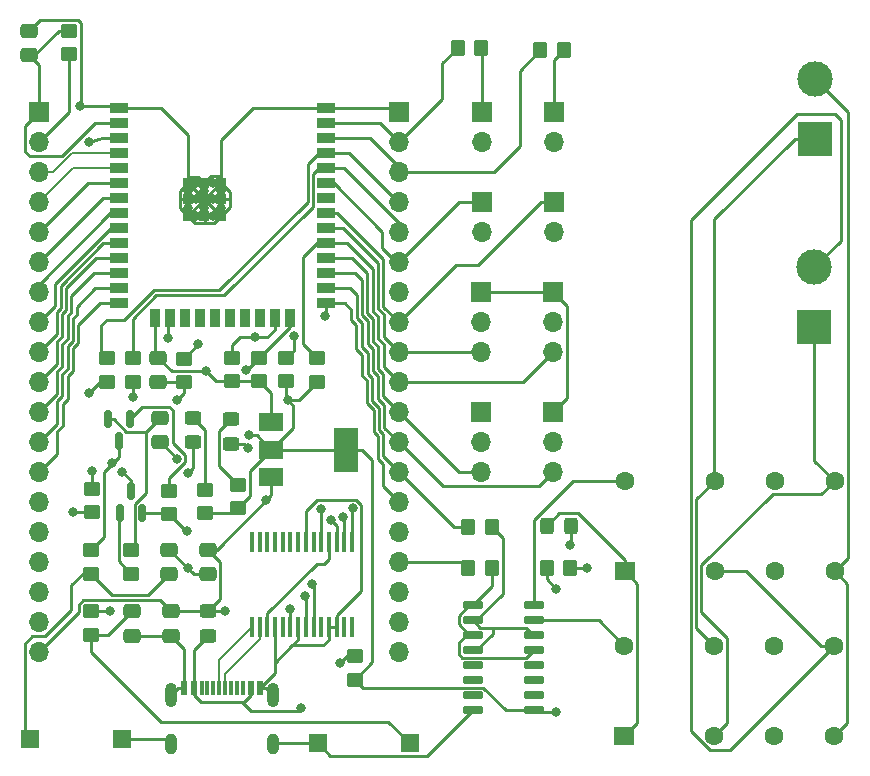
<source format=gbr>
%TF.GenerationSoftware,KiCad,Pcbnew,7.0.1*%
%TF.CreationDate,2023-03-24T11:50:05-04:00*%
%TF.ProjectId,esp,6573702e-6b69-4636-9164-5f7063625858,1.0*%
%TF.SameCoordinates,Original*%
%TF.FileFunction,Copper,L1,Top*%
%TF.FilePolarity,Positive*%
%FSLAX46Y46*%
G04 Gerber Fmt 4.6, Leading zero omitted, Abs format (unit mm)*
G04 Created by KiCad (PCBNEW 7.0.1) date 2023-03-24 11:50:05*
%MOMM*%
%LPD*%
G01*
G04 APERTURE LIST*
G04 Aperture macros list*
%AMRoundRect*
0 Rectangle with rounded corners*
0 $1 Rounding radius*
0 $2 $3 $4 $5 $6 $7 $8 $9 X,Y pos of 4 corners*
0 Add a 4 corners polygon primitive as box body*
4,1,4,$2,$3,$4,$5,$6,$7,$8,$9,$2,$3,0*
0 Add four circle primitives for the rounded corners*
1,1,$1+$1,$2,$3*
1,1,$1+$1,$4,$5*
1,1,$1+$1,$6,$7*
1,1,$1+$1,$8,$9*
0 Add four rect primitives between the rounded corners*
20,1,$1+$1,$2,$3,$4,$5,0*
20,1,$1+$1,$4,$5,$6,$7,0*
20,1,$1+$1,$6,$7,$8,$9,0*
20,1,$1+$1,$8,$9,$2,$3,0*%
G04 Aperture macros list end*
%TA.AperFunction,ComponentPad*%
%ADD10R,3.000000X3.000000*%
%TD*%
%TA.AperFunction,ComponentPad*%
%ADD11C,3.000000*%
%TD*%
%TA.AperFunction,SMDPad,CuDef*%
%ADD12RoundRect,0.250000X-0.450000X0.350000X-0.450000X-0.350000X0.450000X-0.350000X0.450000X0.350000X0*%
%TD*%
%TA.AperFunction,ComponentPad*%
%ADD13R,1.700000X1.700000*%
%TD*%
%TA.AperFunction,ComponentPad*%
%ADD14O,1.700000X1.700000*%
%TD*%
%TA.AperFunction,SMDPad,CuDef*%
%ADD15RoundRect,0.250000X-0.350000X-0.450000X0.350000X-0.450000X0.350000X0.450000X-0.350000X0.450000X0*%
%TD*%
%TA.AperFunction,ComponentPad*%
%ADD16C,1.600000*%
%TD*%
%TA.AperFunction,ComponentPad*%
%ADD17R,1.800000X1.600000*%
%TD*%
%TA.AperFunction,SMDPad,CuDef*%
%ADD18RoundRect,0.250000X0.450000X-0.350000X0.450000X0.350000X-0.450000X0.350000X-0.450000X-0.350000X0*%
%TD*%
%TA.AperFunction,SMDPad,CuDef*%
%ADD19R,1.500000X1.500000*%
%TD*%
%TA.AperFunction,SMDPad,CuDef*%
%ADD20RoundRect,0.250000X-0.475000X0.337500X-0.475000X-0.337500X0.475000X-0.337500X0.475000X0.337500X0*%
%TD*%
%TA.AperFunction,SMDPad,CuDef*%
%ADD21R,0.600000X1.150000*%
%TD*%
%TA.AperFunction,SMDPad,CuDef*%
%ADD22R,0.300000X1.150000*%
%TD*%
%TA.AperFunction,ComponentPad*%
%ADD23O,1.000000X2.100000*%
%TD*%
%TA.AperFunction,ComponentPad*%
%ADD24O,1.000000X1.800000*%
%TD*%
%TA.AperFunction,SMDPad,CuDef*%
%ADD25RoundRect,0.150000X-0.150000X0.587500X-0.150000X-0.587500X0.150000X-0.587500X0.150000X0.587500X0*%
%TD*%
%TA.AperFunction,SMDPad,CuDef*%
%ADD26RoundRect,0.250000X0.475000X-0.337500X0.475000X0.337500X-0.475000X0.337500X-0.475000X-0.337500X0*%
%TD*%
%TA.AperFunction,SMDPad,CuDef*%
%ADD27RoundRect,0.150000X-0.725000X-0.150000X0.725000X-0.150000X0.725000X0.150000X-0.725000X0.150000X0*%
%TD*%
%TA.AperFunction,SMDPad,CuDef*%
%ADD28R,1.500000X0.900000*%
%TD*%
%TA.AperFunction,SMDPad,CuDef*%
%ADD29R,0.900000X1.500000*%
%TD*%
%TA.AperFunction,SMDPad,CuDef*%
%ADD30R,0.900000X0.900000*%
%TD*%
%TA.AperFunction,SMDPad,CuDef*%
%ADD31RoundRect,0.250000X0.450000X-0.325000X0.450000X0.325000X-0.450000X0.325000X-0.450000X-0.325000X0*%
%TD*%
%TA.AperFunction,SMDPad,CuDef*%
%ADD32RoundRect,0.150000X0.150000X-0.587500X0.150000X0.587500X-0.150000X0.587500X-0.150000X-0.587500X0*%
%TD*%
%TA.AperFunction,SMDPad,CuDef*%
%ADD33RoundRect,0.250000X-0.325000X-0.450000X0.325000X-0.450000X0.325000X0.450000X-0.325000X0.450000X0*%
%TD*%
%TA.AperFunction,SMDPad,CuDef*%
%ADD34R,0.450000X1.750000*%
%TD*%
%TA.AperFunction,SMDPad,CuDef*%
%ADD35RoundRect,0.250000X-0.450000X0.325000X-0.450000X-0.325000X0.450000X-0.325000X0.450000X0.325000X0*%
%TD*%
%TA.AperFunction,SMDPad,CuDef*%
%ADD36R,2.000000X1.500000*%
%TD*%
%TA.AperFunction,SMDPad,CuDef*%
%ADD37R,2.000000X3.800000*%
%TD*%
%TA.AperFunction,ViaPad*%
%ADD38C,0.800000*%
%TD*%
%TA.AperFunction,Conductor*%
%ADD39C,0.250000*%
%TD*%
%TA.AperFunction,Conductor*%
%ADD40C,0.200000*%
%TD*%
G04 APERTURE END LIST*
D10*
%TO.P,J2,1,Pin_1*%
%TO.N,Net-(J2-Pin_1)*%
X188975000Y-71705000D03*
D11*
%TO.P,J2,2,Pin_2*%
%TO.N,Net-(J2-Pin_2)*%
X188975000Y-66625000D03*
%TD*%
D12*
%TO.P,R1,1*%
%TO.N,/DTR*%
X131013200Y-106513100D03*
%TO.P,R1,2*%
%TO.N,Net-(Q1-B)*%
X131013200Y-108513100D03*
%TD*%
D13*
%TO.P,J8,1,Pin_1*%
%TO.N,/IO19*%
X166869534Y-77038200D03*
D14*
%TO.P,J8,2,Pin_2*%
%TO.N,GND*%
X166869534Y-79578200D03*
%TD*%
D15*
%TO.P,R3,1*%
%TO.N,/IO4*%
X159600000Y-104600000D03*
%TO.P,R3,2*%
%TO.N,Net-(U3-I2)*%
X161600000Y-104600000D03*
%TD*%
%TO.P,R14,1*%
%TO.N,/IO22*%
X165700000Y-64200000D03*
%TO.P,R14,2*%
%TO.N,Net-(J3-Pin_1)*%
X167700000Y-64200000D03*
%TD*%
%TO.P,R12,1*%
%TO.N,+3.3V*%
X166250000Y-108050000D03*
%TO.P,R12,2*%
%TO.N,/IO21*%
X168250000Y-108050000D03*
%TD*%
D10*
%TO.P,J1,1,Pin_1*%
%TO.N,Net-(J1-Pin_1)*%
X188900000Y-87675000D03*
D11*
%TO.P,J1,2,Pin_2*%
%TO.N,Net-(J1-Pin_2)*%
X188900000Y-82595000D03*
%TD*%
D13*
%TO.P,J4,1,Pin_1*%
%TO.N,/IO21*%
X160722734Y-77048200D03*
D14*
%TO.P,J4,2,Pin_2*%
%TO.N,GND*%
X160722734Y-79588200D03*
%TD*%
D16*
%TO.P,K1,11*%
%TO.N,Net-(J1-Pin_2)*%
X180463300Y-108283900D03*
%TO.P,K1,12*%
%TO.N,unconnected-(K1-Pad12)*%
X185543300Y-108283900D03*
%TO.P,K1,14*%
%TO.N,Net-(J2-Pin_2)*%
X190623300Y-108283900D03*
%TO.P,K1,21*%
%TO.N,Net-(J2-Pin_1)*%
X180463300Y-100663900D03*
%TO.P,K1,22*%
%TO.N,unconnected-(K1-Pad22)*%
X185543300Y-100663900D03*
%TO.P,K1,24*%
%TO.N,Net-(J1-Pin_1)*%
X190623300Y-100663900D03*
D17*
%TO.P,K1,A1*%
%TO.N,+5V*%
X172843300Y-108283900D03*
D16*
%TO.P,K1,A2*%
%TO.N,Net-(U3-O1)*%
X172843300Y-100663900D03*
%TD*%
D18*
%TO.P,R6,1*%
%TO.N,Net-(U2-RXD)*%
X129000000Y-92296100D03*
%TO.P,R6,2*%
%TO.N,/RX*%
X129000000Y-90296100D03*
%TD*%
D13*
%TO.P,J9,1,Pin_1*%
%TO.N,+5V*%
X160646534Y-84683600D03*
D14*
%TO.P,J9,2,Pin_2*%
%TO.N,GND*%
X160646534Y-87223600D03*
%TO.P,J9,3,Pin_3*%
%TO.N,/IO18*%
X160646534Y-89763600D03*
%TD*%
D18*
%TO.P,R10,1*%
%TO.N,GND*%
X139616600Y-92236100D03*
%TO.P,R10,2*%
%TO.N,/IO15*%
X139616600Y-90236100D03*
%TD*%
D13*
%TO.P,J7,1,Pin_1*%
%TO.N,Net-(J7-Pin_1)*%
X160722734Y-69428200D03*
D14*
%TO.P,J7,2,Pin_2*%
%TO.N,GND*%
X160722734Y-71968200D03*
%TD*%
D13*
%TO.P,J6,1,Pin_1*%
%TO.N,+5V*%
X166793334Y-94843600D03*
D14*
%TO.P,J6,2,Pin_2*%
%TO.N,GND*%
X166793334Y-97383600D03*
%TO.P,J6,3,Pin_3*%
%TO.N,/IO16*%
X166793334Y-99923600D03*
%TD*%
D19*
%TO.P,SW2,1,1*%
%TO.N,Net-(C7-Pad1)*%
X154635200Y-122885200D03*
%TO.P,SW2,2,2*%
%TO.N,GND*%
X146835200Y-122885200D03*
%TD*%
D18*
%TO.P,R5,1*%
%TO.N,Net-(U2-TXD)*%
X131189000Y-92296100D03*
%TO.P,R5,2*%
%TO.N,/TX*%
X131189000Y-90296100D03*
%TD*%
D19*
%TO.P,SW1,1,1*%
%TO.N,Net-(C6-Pad1)*%
X122465000Y-122478800D03*
%TO.P,SW1,2,2*%
%TO.N,GND*%
X130265000Y-122478800D03*
%TD*%
D20*
%TO.P,C7,1*%
%TO.N,Net-(C7-Pad1)*%
X131089400Y-111681600D03*
%TO.P,C7,2*%
%TO.N,GND*%
X131089400Y-113756600D03*
%TD*%
D13*
%TO.P,J3,1,Pin_1*%
%TO.N,Net-(J3-Pin_1)*%
X166869534Y-69428200D03*
D14*
%TO.P,J3,2,Pin_2*%
%TO.N,GND*%
X166869534Y-71968200D03*
%TD*%
D18*
%TO.P,R11,1*%
%TO.N,+3.3V*%
X150000000Y-117500000D03*
%TO.P,R11,2*%
%TO.N,/IO16*%
X150000000Y-115500000D03*
%TD*%
D12*
%TO.P,R21,1*%
%TO.N,/IO2*%
X141902600Y-90236100D03*
%TO.P,R21,2*%
%TO.N,GND*%
X141902600Y-92236100D03*
%TD*%
D20*
%TO.P,C1,1*%
%TO.N,+5V*%
X134391400Y-111681600D03*
%TO.P,C1,2*%
%TO.N,GND*%
X134391400Y-113756600D03*
%TD*%
D21*
%TO.P,P1,A1,GND*%
%TO.N,GND*%
X135560200Y-118189200D03*
%TO.P,P1,A4,VBUS*%
%TO.N,Net-(D3-A)*%
X136360200Y-118189200D03*
D22*
%TO.P,P1,A5,CC*%
%TO.N,unconnected-(P1-CC-PadA5)*%
X137510200Y-118189200D03*
%TO.P,P1,A6,D+*%
%TO.N,/D+*%
X138510200Y-118189200D03*
%TO.P,P1,A7,D-*%
%TO.N,/D-*%
X139010200Y-118189200D03*
%TO.P,P1,A8*%
%TO.N,N/C*%
X140010200Y-118189200D03*
D21*
%TO.P,P1,A9,VBUS*%
%TO.N,Net-(D3-A)*%
X141160200Y-118189200D03*
%TO.P,P1,A12,GND*%
%TO.N,GND*%
X141960200Y-118189200D03*
%TO.P,P1,B1,GND*%
X141960200Y-118189200D03*
%TO.P,P1,B4,VBUS*%
%TO.N,Net-(D3-A)*%
X141160200Y-118189200D03*
D22*
%TO.P,P1,B5,VCONN*%
%TO.N,unconnected-(P1-VCONN-PadB5)*%
X140510200Y-118189200D03*
%TO.P,P1,B6*%
%TO.N,N/C*%
X139510200Y-118189200D03*
%TO.P,P1,B7*%
X138010200Y-118189200D03*
%TO.P,P1,B8*%
X137010200Y-118189200D03*
D21*
%TO.P,P1,B9,VBUS*%
%TO.N,Net-(D3-A)*%
X136360200Y-118189200D03*
%TO.P,P1,B12,GND*%
%TO.N,GND*%
X135560200Y-118189200D03*
D23*
%TO.P,P1,S1,SHIELD*%
X134440200Y-118764200D03*
D24*
X134440200Y-122944200D03*
D23*
X143080200Y-118764200D03*
D24*
X143080200Y-122944200D03*
%TD*%
D25*
%TO.P,Q2,1,B*%
%TO.N,Net-(Q2-B)*%
X130982800Y-95408600D03*
%TO.P,Q2,2,E*%
%TO.N,/DTR*%
X129082800Y-95408600D03*
%TO.P,Q2,3,C*%
%TO.N,/IO0*%
X130032800Y-97283600D03*
%TD*%
D15*
%TO.P,R4,1*%
%TO.N,/IO15*%
X159600000Y-108000000D03*
%TO.P,R4,2*%
%TO.N,Net-(U3-I1)*%
X161600000Y-108000000D03*
%TD*%
%TO.P,R20,1*%
%TO.N,/IO23*%
X158700000Y-64000000D03*
%TO.P,R20,2*%
%TO.N,Net-(J7-Pin_1)*%
X160700000Y-64000000D03*
%TD*%
D18*
%TO.P,R13,1*%
%TO.N,+3.3V*%
X146800000Y-92300000D03*
%TO.P,R13,2*%
%TO.N,/IO5*%
X146800000Y-90300000D03*
%TD*%
D12*
%TO.P,R16,1*%
%TO.N,/IO0*%
X144188600Y-90236100D03*
%TO.P,R16,2*%
%TO.N,+3.3V*%
X144188600Y-92236100D03*
%TD*%
D18*
%TO.P,R2,1*%
%TO.N,/RST*%
X134264400Y-103486600D03*
%TO.P,R2,2*%
%TO.N,Net-(Q2-B)*%
X134264400Y-101486600D03*
%TD*%
D26*
%TO.P,C4,1*%
%TO.N,Net-(U2-DTR)*%
X133527800Y-97383600D03*
%TO.P,C4,2*%
%TO.N,/DTR*%
X133527800Y-95308600D03*
%TD*%
D27*
%TO.P,U3,1,I1*%
%TO.N,Net-(U3-I1)*%
X159975000Y-111205000D03*
%TO.P,U3,2,I2*%
%TO.N,Net-(U3-I2)*%
X159975000Y-112475000D03*
%TO.P,U3,3,I3*%
%TO.N,Net-(U3-I1)*%
X159975000Y-113745000D03*
%TO.P,U3,4,I4*%
%TO.N,Net-(U3-I2)*%
X159975000Y-115015000D03*
%TO.P,U3,5,I5*%
%TO.N,unconnected-(U3-I5-Pad5)*%
X159975000Y-116285000D03*
%TO.P,U3,6,I6*%
%TO.N,unconnected-(U3-I6-Pad6)*%
X159975000Y-117555000D03*
%TO.P,U3,7,I7*%
%TO.N,unconnected-(U3-I7-Pad7)*%
X159975000Y-118825000D03*
%TO.P,U3,8,GND*%
%TO.N,GND*%
X159975000Y-120095000D03*
%TO.P,U3,9,COM*%
%TO.N,+3.3V*%
X165125000Y-120095000D03*
%TO.P,U3,10,O7*%
%TO.N,unconnected-(U3-O7-Pad10)*%
X165125000Y-118825000D03*
%TO.P,U3,11,O6*%
%TO.N,unconnected-(U3-O6-Pad11)*%
X165125000Y-117555000D03*
%TO.P,U3,12,O5*%
%TO.N,unconnected-(U3-O5-Pad12)*%
X165125000Y-116285000D03*
%TO.P,U3,13,O4*%
%TO.N,Net-(U3-I1)*%
X165125000Y-115015000D03*
%TO.P,U3,14,O3*%
%TO.N,Net-(U3-I2)*%
X165125000Y-113745000D03*
%TO.P,U3,15,O2*%
%TO.N,Net-(U3-O2)*%
X165125000Y-112475000D03*
%TO.P,U3,16,O1*%
%TO.N,Net-(U3-O1)*%
X165125000Y-111205000D03*
%TD*%
D28*
%TO.P,U4,1,GND*%
%TO.N,GND*%
X130010200Y-69115200D03*
%TO.P,U4,2,3V3*%
%TO.N,+3.3V*%
X130010200Y-70385200D03*
%TO.P,U4,3,EN/CHIP_PU*%
%TO.N,/EN*%
X130010200Y-71655200D03*
%TO.P,U4,4,SENSOR_VP/GPIO36/ADC1_CH0*%
%TO.N,/VP*%
X130010200Y-72925200D03*
%TO.P,U4,5,SENSOR_VN/GPIO39/ADC1_CH3*%
%TO.N,/VN*%
X130010200Y-74195200D03*
%TO.P,U4,6,GPIO34/ADC1_CH6*%
%TO.N,/IO34*%
X130010200Y-75465200D03*
%TO.P,U4,7,GPIO35/ADC1_CH7*%
%TO.N,/IO35*%
X130010200Y-76735200D03*
%TO.P,U4,8,32K_XP/GPIO32/ADC1_CH4*%
%TO.N,/IO32*%
X130010200Y-78005200D03*
%TO.P,U4,9,32K_XN/GPIO33/ADC1_CH5*%
%TO.N,/IO33*%
X130010200Y-79275200D03*
%TO.P,U4,10,DAC_1/ADC2_CH8/GPIO25*%
%TO.N,/IO25*%
X130010200Y-80545200D03*
%TO.P,U4,11,DAC_2/ADC2_CH9/GPIO26*%
%TO.N,/IO26*%
X130010200Y-81815200D03*
%TO.P,U4,12,ADC2_CH7/GPIO27*%
%TO.N,/IO27*%
X130010200Y-83085200D03*
%TO.P,U4,13,MTMS/GPIO14/ADC2_CH6*%
%TO.N,/IO14*%
X130010200Y-84355200D03*
%TO.P,U4,14,MTDI/GPIO12/ADC2_CH5*%
%TO.N,/IO12*%
X130010200Y-85625200D03*
D29*
%TO.P,U4,15,GND*%
%TO.N,GND*%
X133040200Y-86875200D03*
%TO.P,U4,16,MTCK/GPIO13/ADC2_CH4*%
%TO.N,/IO13*%
X134310200Y-86875200D03*
%TO.P,U4,17*%
%TO.N,N/C*%
X135580200Y-86875200D03*
%TO.P,U4,18*%
X136850200Y-86875200D03*
%TO.P,U4,19*%
X138120200Y-86875200D03*
%TO.P,U4,20*%
X139390200Y-86875200D03*
%TO.P,U4,21*%
X140660200Y-86875200D03*
%TO.P,U4,22*%
X141930200Y-86875200D03*
%TO.P,U4,23,MTDO/GPIO15/ADC2_CH3*%
%TO.N,/IO15*%
X143200200Y-86875200D03*
%TO.P,U4,24,ADC2_CH2/GPIO2*%
%TO.N,/IO2*%
X144470200Y-86875200D03*
D28*
%TO.P,U4,25,GPIO0/BOOT/ADC2_CH1*%
%TO.N,/IO0*%
X147510200Y-85625200D03*
%TO.P,U4,26,ADC2_CH0/GPIO4*%
%TO.N,/IO4*%
X147510200Y-84355200D03*
%TO.P,U4,27,GPIO16*%
%TO.N,/IO16*%
X147510200Y-83085200D03*
%TO.P,U4,28,GPIO17*%
%TO.N,/IO17*%
X147510200Y-81815200D03*
%TO.P,U4,29,GPIO5*%
%TO.N,/IO5*%
X147510200Y-80545200D03*
%TO.P,U4,30,GPIO18*%
%TO.N,/IO18*%
X147510200Y-79275200D03*
%TO.P,U4,31,GPIO19*%
%TO.N,/IO19*%
X147510200Y-78005200D03*
%TO.P,U4,32*%
%TO.N,N/C*%
X147510200Y-76735200D03*
%TO.P,U4,33,GPIO21*%
%TO.N,/IO21*%
X147510200Y-75465200D03*
%TO.P,U4,34,U0RXD/GPIO3*%
%TO.N,/TX*%
X147510200Y-74195200D03*
%TO.P,U4,35,U0TXD/GPIO1*%
%TO.N,/RX*%
X147510200Y-72925200D03*
%TO.P,U4,36,GPIO22*%
%TO.N,/IO22*%
X147510200Y-71655200D03*
%TO.P,U4,37,GPIO23*%
%TO.N,/IO23*%
X147510200Y-70385200D03*
%TO.P,U4,38,GND*%
%TO.N,GND*%
X147510200Y-69115200D03*
D30*
%TO.P,U4,39,GND_THERMAL*%
X135860200Y-75435200D03*
X135860200Y-76835200D03*
X135860200Y-78235200D03*
X137260200Y-75435200D03*
X137260200Y-76835200D03*
X137260200Y-78235200D03*
X138660200Y-75435200D03*
X138660200Y-76835200D03*
X138660200Y-78235200D03*
%TD*%
D18*
%TO.P,R15,1*%
%TO.N,+3.3V*%
X135500000Y-92313000D03*
%TO.P,R15,2*%
%TO.N,/IO17*%
X135500000Y-90313000D03*
%TD*%
D12*
%TO.P,R19,1*%
%TO.N,/EN*%
X127660400Y-111719100D03*
%TO.P,R19,2*%
%TO.N,Net-(C7-Pad1)*%
X127660400Y-113719100D03*
%TD*%
D20*
%TO.P,C2,1*%
%TO.N,+5V*%
X137566400Y-106475600D03*
%TO.P,C2,2*%
%TO.N,GND*%
X137566400Y-108550600D03*
%TD*%
D31*
%TO.P,D1,1,K*%
%TO.N,Net-(D1-K)*%
X136321800Y-97348600D03*
%TO.P,D1,2,A*%
%TO.N,Net-(D1-A)*%
X136321800Y-95298600D03*
%TD*%
D12*
%TO.P,R8,1*%
%TO.N,Net-(D2-A)*%
X140131800Y-101000000D03*
%TO.P,R8,2*%
%TO.N,+3.3V*%
X140131800Y-103000000D03*
%TD*%
D32*
%TO.P,Q1,1,B*%
%TO.N,Net-(Q1-B)*%
X130078400Y-103424100D03*
%TO.P,Q1,2,E*%
%TO.N,/RST*%
X131978400Y-103424100D03*
%TO.P,Q1,3,C*%
%TO.N,/EN*%
X131028400Y-101549100D03*
%TD*%
D12*
%TO.P,R18,1*%
%TO.N,/IO0*%
X127660400Y-106513100D03*
%TO.P,R18,2*%
%TO.N,Net-(C6-Pad1)*%
X127660400Y-108513100D03*
%TD*%
D33*
%TO.P,D3,1,K*%
%TO.N,+5V*%
X166225000Y-104450000D03*
%TO.P,D3,2,A*%
%TO.N,Net-(D3-A)*%
X168275000Y-104450000D03*
%TD*%
D34*
%TO.P,U2,1,TXD*%
%TO.N,Net-(U2-TXD)*%
X149741600Y-105800000D03*
%TO.P,U2,2,DTR*%
%TO.N,Net-(U2-DTR)*%
X149091600Y-105800000D03*
%TO.P,U2,3,RTS*%
%TO.N,/RST*%
X148441600Y-105800000D03*
%TO.P,U2,4,VCCIO*%
%TO.N,Net-(U2-3V3OUT)*%
X147791600Y-105800000D03*
%TO.P,U2,5,RXD*%
%TO.N,Net-(U2-RXD)*%
X147141600Y-105800000D03*
%TO.P,U2,6,RI*%
%TO.N,unconnected-(U2-RI-Pad6)*%
X146491600Y-105800000D03*
%TO.P,U2,7,GND*%
%TO.N,GND*%
X145841600Y-105800000D03*
%TO.P,U2,8*%
%TO.N,N/C*%
X145191600Y-105800000D03*
%TO.P,U2,9,DCR*%
%TO.N,unconnected-(U2-DCR-Pad9)*%
X144541600Y-105800000D03*
%TO.P,U2,10,DCD*%
%TO.N,unconnected-(U2-DCD-Pad10)*%
X143891600Y-105800000D03*
%TO.P,U2,11,CTS*%
%TO.N,unconnected-(U2-CTS-Pad11)*%
X143241600Y-105800000D03*
%TO.P,U2,12,CBUS4*%
%TO.N,unconnected-(U2-CBUS4-Pad12)*%
X142591600Y-105800000D03*
%TO.P,U2,13,CBUS2*%
%TO.N,unconnected-(U2-CBUS2-Pad13)*%
X141941600Y-105800000D03*
%TO.P,U2,14,CBUS3*%
%TO.N,unconnected-(U2-CBUS3-Pad14)*%
X141291600Y-105800000D03*
%TO.P,U2,15,USBD+*%
%TO.N,/D+*%
X141291600Y-113000000D03*
%TO.P,U2,16,USBD-*%
%TO.N,/D-*%
X141941600Y-113000000D03*
%TO.P,U2,17,3V3OUT*%
%TO.N,Net-(U2-3V3OUT)*%
X142591600Y-113000000D03*
%TO.P,U2,18,GND*%
%TO.N,GND*%
X143241600Y-113000000D03*
%TO.P,U2,19,~{RESET}*%
%TO.N,unconnected-(U2-~{RESET}-Pad19)*%
X143891600Y-113000000D03*
%TO.P,U2,20,VCC*%
%TO.N,+5V*%
X144541600Y-113000000D03*
%TO.P,U2,21,GND*%
%TO.N,GND*%
X145191600Y-113000000D03*
%TO.P,U2,22,CBUS1*%
%TO.N,Net-(D2-K)*%
X145841600Y-113000000D03*
%TO.P,U2,23,CBUS0*%
%TO.N,Net-(D1-K)*%
X146491600Y-113000000D03*
%TO.P,U2,24*%
%TO.N,N/C*%
X147141600Y-113000000D03*
%TO.P,U2,25,AGND*%
%TO.N,GND*%
X147791600Y-113000000D03*
%TO.P,U2,26,TEST*%
X148441600Y-113000000D03*
%TO.P,U2,27,OSCI*%
%TO.N,unconnected-(U2-OSCI-Pad27)*%
X149091600Y-113000000D03*
%TO.P,U2,28,OSCO*%
%TO.N,unconnected-(U2-OSCO-Pad28)*%
X149741600Y-113000000D03*
%TD*%
D12*
%TO.P,R9,1*%
%TO.N,+3.3V*%
X125780800Y-62562900D03*
%TO.P,R9,2*%
%TO.N,/EN*%
X125780800Y-64562900D03*
%TD*%
D16*
%TO.P,K2,11*%
%TO.N,Net-(J1-Pin_1)*%
X180416200Y-122250200D03*
%TO.P,K2,12*%
%TO.N,unconnected-(K2-Pad12)*%
X185496200Y-122250200D03*
%TO.P,K2,14*%
%TO.N,Net-(J2-Pin_2)*%
X190576200Y-122250200D03*
%TO.P,K2,21*%
%TO.N,Net-(J2-Pin_1)*%
X180416200Y-114630200D03*
%TO.P,K2,22*%
%TO.N,unconnected-(K2-Pad22)*%
X185496200Y-114630200D03*
%TO.P,K2,24*%
%TO.N,Net-(J1-Pin_2)*%
X190576200Y-114630200D03*
D17*
%TO.P,K2,A1*%
%TO.N,+5V*%
X172796200Y-122250200D03*
D16*
%TO.P,K2,A2*%
%TO.N,Net-(U3-O2)*%
X172796200Y-114630200D03*
%TD*%
D13*
%TO.P,J10,1,Pin_1*%
%TO.N,+5V*%
X160646534Y-94843600D03*
D14*
%TO.P,J10,2,Pin_2*%
%TO.N,GND*%
X160646534Y-97383600D03*
%TO.P,J10,3,Pin_3*%
%TO.N,/IO17*%
X160646534Y-99923600D03*
%TD*%
D26*
%TO.P,C6,1*%
%TO.N,Net-(C6-Pad1)*%
X134264400Y-108550600D03*
%TO.P,C6,2*%
%TO.N,GND*%
X134264400Y-106475600D03*
%TD*%
D12*
%TO.P,R7,1*%
%TO.N,Net-(D1-A)*%
X137312400Y-101408100D03*
%TO.P,R7,2*%
%TO.N,+3.3V*%
X137312400Y-103408100D03*
%TD*%
D31*
%TO.P,D2,1,K*%
%TO.N,Net-(D2-K)*%
X139525000Y-97500000D03*
%TO.P,D2,2,A*%
%TO.N,Net-(D2-A)*%
X139525000Y-95450000D03*
%TD*%
D13*
%TO.P,J11,1,Pin_1*%
%TO.N,+3.3V*%
X123240800Y-69453600D03*
D14*
%TO.P,J11,2,Pin_2*%
%TO.N,/EN*%
X123240800Y-71993600D03*
%TO.P,J11,3,Pin_3*%
%TO.N,/VP*%
X123240800Y-74533600D03*
%TO.P,J11,4,Pin_4*%
%TO.N,/VN*%
X123240800Y-77073600D03*
%TO.P,J11,5,Pin_5*%
%TO.N,/IO34*%
X123240800Y-79613600D03*
%TO.P,J11,6,Pin_6*%
%TO.N,/IO35*%
X123240800Y-82153600D03*
%TO.P,J11,7,Pin_7*%
%TO.N,/IO32*%
X123240800Y-84693600D03*
%TO.P,J11,8,Pin_8*%
%TO.N,/IO33*%
X123240800Y-87233600D03*
%TO.P,J11,9,Pin_9*%
%TO.N,/IO25*%
X123240800Y-89773600D03*
%TO.P,J11,10,Pin_10*%
%TO.N,/IO26*%
X123240800Y-92313600D03*
%TO.P,J11,11,Pin_11*%
%TO.N,/IO27*%
X123240800Y-94853600D03*
%TO.P,J11,12,Pin_12*%
%TO.N,/IO14*%
X123240800Y-97393600D03*
%TO.P,J11,13,Pin_13*%
%TO.N,/IO12*%
X123240800Y-99933600D03*
%TO.P,J11,14,Pin_14*%
%TO.N,GND*%
X123240800Y-102473600D03*
%TO.P,J11,15,Pin_15*%
%TO.N,/IO13*%
X123240800Y-105013600D03*
%TO.P,J11,16,Pin_16*%
%TO.N,unconnected-(J11-Pin_16-Pad16)*%
X123240800Y-107553600D03*
%TO.P,J11,17,Pin_17*%
%TO.N,unconnected-(J11-Pin_17-Pad17)*%
X123240800Y-110093600D03*
%TO.P,J11,18,Pin_18*%
%TO.N,unconnected-(J11-Pin_18-Pad18)*%
X123240800Y-112633600D03*
%TO.P,J11,19,Pin_19*%
%TO.N,+5V*%
X123240800Y-115173600D03*
%TD*%
D13*
%TO.P,J5,1,Pin_1*%
%TO.N,+5V*%
X166793334Y-84683600D03*
D14*
%TO.P,J5,2,Pin_2*%
%TO.N,GND*%
X166793334Y-87223600D03*
%TO.P,J5,3,Pin_3*%
%TO.N,/IO5*%
X166793334Y-89763600D03*
%TD*%
D13*
%TO.P,J12,1,Pin_1*%
%TO.N,GND*%
X153720800Y-69453600D03*
D14*
%TO.P,J12,2,Pin_2*%
%TO.N,/IO23*%
X153720800Y-71993600D03*
%TO.P,J12,3,Pin_3*%
%TO.N,/IO22*%
X153720800Y-74533600D03*
%TO.P,J12,4,Pin_4*%
%TO.N,/RX*%
X153720800Y-77073600D03*
%TO.P,J12,5,Pin_5*%
%TO.N,/TX*%
X153720800Y-79613600D03*
%TO.P,J12,6,Pin_6*%
%TO.N,/IO21*%
X153720800Y-82153600D03*
%TO.P,J12,7,Pin_7*%
%TO.N,GND*%
X153720800Y-84693600D03*
%TO.P,J12,8,Pin_8*%
%TO.N,/IO19*%
X153720800Y-87233600D03*
%TO.P,J12,9,Pin_9*%
%TO.N,/IO18*%
X153720800Y-89773600D03*
%TO.P,J12,10,Pin_10*%
%TO.N,/IO5*%
X153720800Y-92313600D03*
%TO.P,J12,11,Pin_11*%
%TO.N,/IO17*%
X153720800Y-94853600D03*
%TO.P,J12,12,Pin_12*%
%TO.N,/IO16*%
X153720800Y-97393600D03*
%TO.P,J12,13,Pin_13*%
%TO.N,/IO4*%
X153720800Y-99933600D03*
%TO.P,J12,14,Pin_14*%
%TO.N,/IO0*%
X153720800Y-102473600D03*
%TO.P,J12,15,Pin_15*%
%TO.N,/IO2*%
X153720800Y-105013600D03*
%TO.P,J12,16,Pin_16*%
%TO.N,/IO15*%
X153720800Y-107553600D03*
%TO.P,J12,17,Pin_17*%
%TO.N,unconnected-(J12-Pin_17-Pad17)*%
X153720800Y-110093600D03*
%TO.P,J12,18,Pin_18*%
%TO.N,unconnected-(J12-Pin_18-Pad18)*%
X153720800Y-112633600D03*
%TO.P,J12,19,Pin_19*%
%TO.N,unconnected-(J12-Pin_19-Pad19)*%
X153720800Y-115173600D03*
%TD*%
D26*
%TO.P,C5,1*%
%TO.N,+3.3V*%
X122428000Y-64613700D03*
%TO.P,C5,2*%
%TO.N,GND*%
X122428000Y-62538700D03*
%TD*%
D18*
%TO.P,R17,1*%
%TO.N,+3.3V*%
X127711200Y-103327600D03*
%TO.P,R17,2*%
%TO.N,/IO18*%
X127711200Y-101327600D03*
%TD*%
D35*
%TO.P,D3,1,K*%
%TO.N,+5V*%
X137566400Y-111716600D03*
%TO.P,D3,2,A*%
%TO.N,Net-(D3-A)*%
X137566400Y-113766600D03*
%TD*%
D36*
%TO.P,U1,1,GND*%
%TO.N,GND*%
X142925000Y-95718600D03*
%TO.P,U1,2,VO*%
%TO.N,+3.3V*%
X142925000Y-98018600D03*
D37*
X149225000Y-98018600D03*
D36*
%TO.P,U1,3,VI*%
%TO.N,+5V*%
X142925000Y-100318600D03*
%TD*%
D26*
%TO.P,C3,1*%
%TO.N,+3.3V*%
X133348000Y-92303600D03*
%TO.P,C3,2*%
%TO.N,GND*%
X133348000Y-90228600D03*
%TD*%
D38*
%TO.N,+5V*%
X142488700Y-102288700D03*
X139000000Y-111700000D03*
X144500000Y-111500000D03*
%TO.N,GND*%
X126750000Y-68900000D03*
X138660200Y-76100000D03*
X137950000Y-76835200D03*
X137400000Y-91400000D03*
X137950000Y-75435200D03*
X136550000Y-78235200D03*
X137950000Y-78235200D03*
X137260200Y-76150000D03*
X137260200Y-77550000D03*
X135860200Y-77550000D03*
X135860200Y-76150000D03*
X135844400Y-108055600D03*
X136550000Y-75435200D03*
X138660200Y-77550000D03*
X136550000Y-76835200D03*
%TO.N,+3.3V*%
X134900000Y-93800000D03*
X144300000Y-93800000D03*
X141024283Y-96775500D03*
X126100000Y-103300000D03*
X167050000Y-109800000D03*
X167050000Y-120200000D03*
%TO.N,Net-(U2-DTR)*%
X134900000Y-98800000D03*
X149017100Y-103700000D03*
%TO.N,Net-(D1-K)*%
X146400000Y-109400000D03*
X135900000Y-100000000D03*
%TO.N,Net-(D2-K)*%
X145767100Y-110400000D03*
X140950000Y-97875000D03*
%TO.N,Net-(D3-A)*%
X145450000Y-119900000D03*
X168250000Y-106050000D03*
%TO.N,/EN*%
X127500000Y-71993600D03*
X129300000Y-111700000D03*
X130300000Y-99900000D03*
%TO.N,/IO13*%
X134200000Y-88600000D03*
%TO.N,/IO21*%
X169650000Y-108050000D03*
%TO.N,/IO18*%
X127700000Y-99800000D03*
%TO.N,/IO17*%
X136713000Y-89100000D03*
%TO.N,/IO16*%
X148700000Y-116100000D03*
%TO.N,/IO0*%
X129468100Y-99168100D03*
X144800000Y-88375500D03*
X147500000Y-86700000D03*
%TO.N,/IO2*%
X140800000Y-91300000D03*
%TO.N,/IO15*%
X141500000Y-88500000D03*
%TO.N,/RST*%
X135800000Y-104900000D03*
X148000000Y-104000000D03*
%TO.N,Net-(U2-TXD)*%
X149800000Y-103000000D03*
X131200000Y-93600000D03*
%TO.N,Net-(U2-RXD)*%
X127500000Y-93200000D03*
X147100000Y-103013200D03*
%TD*%
D39*
%TO.N,+5V*%
X133459800Y-110750000D02*
X134391400Y-111681600D01*
X172843300Y-107343300D02*
X172843300Y-108283900D01*
X126635400Y-111130927D02*
X127016327Y-110750000D01*
X168925000Y-103425000D02*
X172843300Y-107343300D01*
X138616400Y-107525600D02*
X137566400Y-106475600D01*
X144500000Y-112958400D02*
X144541600Y-113000000D01*
X137566400Y-111716600D02*
X138983400Y-111716600D01*
X167968334Y-93668600D02*
X166793334Y-94843600D01*
X138983400Y-111716600D02*
X139000000Y-111700000D01*
X167250000Y-103425000D02*
X168925000Y-103425000D01*
X138301800Y-106475600D02*
X137566400Y-106475600D01*
X138616400Y-110666600D02*
X138616400Y-107525600D01*
X134426400Y-111716600D02*
X137566400Y-111716600D01*
X127016327Y-110750000D02*
X133459800Y-110750000D01*
X126635400Y-111779000D02*
X126635400Y-111130927D01*
X172843300Y-108283900D02*
X173921200Y-109361800D01*
X137566400Y-111716600D02*
X138616400Y-110666600D01*
X160646534Y-84683600D02*
X166793334Y-84683600D01*
X166225000Y-104450000D02*
X167250000Y-103425000D01*
X167968334Y-85858600D02*
X167968334Y-93668600D01*
X144500000Y-111500000D02*
X144500000Y-112958400D01*
X173921200Y-121125200D02*
X172796200Y-122250200D01*
X142925000Y-100318600D02*
X142925000Y-101852400D01*
X123240800Y-115173600D02*
X126635400Y-111779000D01*
X134391400Y-111681600D02*
X134426400Y-111716600D01*
X166793334Y-84683600D02*
X167968334Y-85858600D01*
X173921200Y-109361800D02*
X173921200Y-121125200D01*
X142925000Y-101852400D02*
X138301800Y-106475600D01*
%TO.N,GND*%
X150525000Y-102699695D02*
X150525000Y-109975000D01*
X148441600Y-112058400D02*
X148441600Y-113000000D01*
X138660200Y-75435200D02*
X137260200Y-76835200D01*
X148441600Y-113000000D02*
X147791600Y-113000000D01*
X136339400Y-108550600D02*
X134264400Y-106475600D01*
X139450000Y-77445400D02*
X138660200Y-78235200D01*
X133040200Y-86875200D02*
X133040200Y-89920800D01*
X135200000Y-76095400D02*
X135200000Y-76800000D01*
X135200000Y-76800000D02*
X135200000Y-77575000D01*
X137400000Y-91400000D02*
X138236100Y-92236100D01*
X141384800Y-69115200D02*
X147510200Y-69115200D01*
X147320800Y-114595800D02*
X144695800Y-114595800D01*
X142505200Y-118189200D02*
X143080200Y-118764200D01*
X145191600Y-114100000D02*
X144695800Y-114595800D01*
X136475000Y-78850000D02*
X135860200Y-78235200D01*
X139450000Y-76225000D02*
X139450000Y-76800000D01*
X143139200Y-122885200D02*
X143080200Y-122944200D01*
X137300000Y-78850000D02*
X137300000Y-78275000D01*
X144695800Y-114595800D02*
X143241600Y-116050000D01*
X137260200Y-75435200D02*
X137845400Y-74850000D01*
X138660200Y-75435200D02*
X139450000Y-76225000D01*
X126750000Y-68900000D02*
X126805800Y-68844200D01*
X145191600Y-113000000D02*
X145191600Y-114100000D01*
X137300000Y-78850000D02*
X136475000Y-78850000D01*
X133040200Y-89920800D02*
X133348000Y-90228600D01*
X139616600Y-92236100D02*
X141902600Y-92236100D01*
X138660200Y-75435200D02*
X137260200Y-75435200D01*
X143241600Y-116700000D02*
X143241600Y-113000000D01*
X135200000Y-77575000D02*
X135860200Y-78235200D01*
X137300000Y-78275000D02*
X137260200Y-78235200D01*
X123328800Y-61637900D02*
X122428000Y-62538700D01*
X139450000Y-76800000D02*
X139414800Y-76835200D01*
X141960200Y-118189200D02*
X142505200Y-118189200D01*
X138660200Y-71839800D02*
X141384800Y-69115200D01*
X135860200Y-75435200D02*
X135200000Y-76095400D01*
X150100305Y-102275000D02*
X150525000Y-102699695D01*
X135860200Y-78235200D02*
X137260200Y-76835200D01*
X135200000Y-76800000D02*
X135825000Y-76800000D01*
X139450000Y-76800000D02*
X139450000Y-77445400D01*
X135860200Y-75435200D02*
X137260200Y-76835200D01*
X153382400Y-69115200D02*
X153720800Y-69453600D01*
X135860200Y-75435200D02*
X137260200Y-75435200D01*
X126750000Y-68900000D02*
X129795000Y-68900000D01*
X130010200Y-69115200D02*
X133615200Y-69115200D01*
X145841600Y-105800000D02*
X145841600Y-103246295D01*
X135860200Y-78235200D02*
X137260200Y-78235200D01*
X141902600Y-92236100D02*
X142925000Y-93258500D01*
X126805800Y-61908800D02*
X126534900Y-61637900D01*
X135860200Y-71360200D02*
X135860200Y-74900000D01*
X135860200Y-76835200D02*
X135860200Y-75435200D01*
X145841600Y-103246295D02*
X146812895Y-102275000D01*
X138660200Y-78235200D02*
X138660200Y-76835200D01*
X138660200Y-78235200D02*
X137260200Y-76835200D01*
X137845400Y-74850000D02*
X138660200Y-74850000D01*
X138660200Y-74850000D02*
X138660200Y-71839800D01*
X159975000Y-120095000D02*
X156109800Y-123960200D01*
X137260200Y-76835200D02*
X137260200Y-78235200D01*
X133974800Y-122478800D02*
X134440200Y-122944200D01*
X137388000Y-91388000D02*
X134507400Y-91388000D01*
X143241600Y-116050000D02*
X143241600Y-116700000D01*
X147510200Y-69115200D02*
X153382400Y-69115200D01*
X135560200Y-114925400D02*
X134391400Y-113756600D01*
X135860200Y-74900000D02*
X135860200Y-75435200D01*
X131089400Y-113756600D02*
X134391400Y-113756600D01*
X139414800Y-76835200D02*
X138660200Y-76835200D01*
X126534900Y-61637900D02*
X123328800Y-61637900D01*
X138045400Y-78850000D02*
X137300000Y-78850000D01*
X147910200Y-123960200D02*
X146835200Y-122885200D01*
X137566400Y-108550600D02*
X136339400Y-108550600D01*
X137260200Y-78235200D02*
X138660200Y-78235200D01*
X146812895Y-102275000D02*
X150100305Y-102275000D01*
X137260200Y-75435200D02*
X137260200Y-76835200D01*
X138660200Y-76835200D02*
X137260200Y-76835200D01*
X135560200Y-118189200D02*
X135015200Y-118189200D01*
X147791600Y-114125000D02*
X147320800Y-114595800D01*
X143241600Y-116907800D02*
X143241600Y-116700000D01*
X126805800Y-68844200D02*
X126805800Y-61908800D01*
X136725000Y-74900000D02*
X135860200Y-74900000D01*
X137400000Y-91400000D02*
X137388000Y-91388000D01*
X134507400Y-91388000D02*
X133348000Y-90228600D01*
X135860200Y-76835200D02*
X135860200Y-78235200D01*
X135825000Y-76800000D02*
X135860200Y-76835200D01*
X135015200Y-118189200D02*
X134440200Y-118764200D01*
X135560200Y-118189200D02*
X135560200Y-114925400D01*
X156109800Y-123960200D02*
X147910200Y-123960200D01*
X141960200Y-118189200D02*
X143241600Y-116907800D01*
X147791600Y-113000000D02*
X147791600Y-114125000D01*
X130265000Y-122478800D02*
X133974800Y-122478800D01*
X138660200Y-75435200D02*
X138660200Y-74850000D01*
X138660200Y-78235200D02*
X138045400Y-78850000D01*
X137260200Y-75435200D02*
X136725000Y-74900000D01*
X146835200Y-122885200D02*
X143139200Y-122885200D01*
X150525000Y-109975000D02*
X148441600Y-112058400D01*
X137260200Y-76835200D02*
X135860200Y-76835200D01*
X138236100Y-92236100D02*
X139616600Y-92236100D01*
X142925000Y-93258500D02*
X142925000Y-95718600D01*
X133615200Y-69115200D02*
X135860200Y-71360200D01*
X129795000Y-68900000D02*
X130010200Y-69115200D01*
X138660200Y-75435200D02*
X138660200Y-76835200D01*
%TO.N,+3.3V*%
X122065800Y-72789801D02*
X122453399Y-73177400D01*
X142925000Y-98018600D02*
X141156800Y-99786800D01*
X144300000Y-93800000D02*
X144783800Y-94283800D01*
X162791751Y-120095000D02*
X160876751Y-118180000D01*
X166250000Y-108050000D02*
X166250000Y-109000000D01*
X141156800Y-99786800D02*
X141156800Y-101975000D01*
X122863700Y-64613700D02*
X124914500Y-62562900D01*
X135500000Y-92313000D02*
X133357400Y-92313000D01*
X124914500Y-62562900D02*
X125780800Y-62562900D01*
X160876751Y-118180000D02*
X150680000Y-118180000D01*
X144783800Y-94283800D02*
X144783800Y-96159800D01*
X144300000Y-93800000D02*
X145300000Y-93800000D01*
X165230000Y-120200000D02*
X165125000Y-120095000D01*
X149225000Y-98018600D02*
X142925000Y-98018600D01*
X126127600Y-103327600D02*
X126100000Y-103300000D01*
X133357400Y-92313000D02*
X133348000Y-92303600D01*
X144188600Y-92236100D02*
X144188600Y-93688600D01*
X150593200Y-98018600D02*
X149225000Y-98018600D01*
X128014200Y-70385200D02*
X130010200Y-70385200D01*
X141681900Y-96775500D02*
X142925000Y-98018600D01*
X166250000Y-109000000D02*
X167050000Y-109800000D01*
X123240800Y-65426500D02*
X122428000Y-64613700D01*
X123240800Y-69453600D02*
X122065800Y-70628600D01*
X137312400Y-103408100D02*
X139723700Y-103408100D01*
X141024283Y-96775500D02*
X141681900Y-96775500D01*
X141156800Y-101975000D02*
X140131800Y-103000000D01*
X150000000Y-117500000D02*
X151474600Y-116025400D01*
X122453399Y-73177400D02*
X125222000Y-73177400D01*
X135500000Y-93200000D02*
X134900000Y-93800000D01*
X144188600Y-93688600D02*
X144300000Y-93800000D01*
X127711200Y-103327600D02*
X126127600Y-103327600D01*
X151474600Y-116025400D02*
X151474600Y-98900000D01*
X122428000Y-64613700D02*
X122863700Y-64613700D01*
X145300000Y-93800000D02*
X146800000Y-92300000D01*
X122065800Y-70628600D02*
X122065800Y-72789801D01*
X139723700Y-103408100D02*
X140131800Y-103000000D01*
X135500000Y-92313000D02*
X135500000Y-93200000D01*
X125222000Y-73177400D02*
X128014200Y-70385200D01*
X167050000Y-120200000D02*
X165230000Y-120200000D01*
X165125000Y-120095000D02*
X162791751Y-120095000D01*
X144783800Y-96159800D02*
X142925000Y-98018600D01*
X151474600Y-98900000D02*
X150593200Y-98018600D01*
X150680000Y-118180000D02*
X150000000Y-117500000D01*
X123240800Y-69453600D02*
X123240800Y-65426500D01*
%TO.N,Net-(U2-DTR)*%
X149091600Y-105800000D02*
X149091600Y-103774500D01*
X149091600Y-103774500D02*
X149017100Y-103700000D01*
X134900000Y-98755800D02*
X133527800Y-97383600D01*
X134900000Y-98800000D02*
X134900000Y-98755800D01*
%TO.N,/DTR*%
X131400000Y-104254951D02*
X131353400Y-104208351D01*
X130657800Y-96499349D02*
X129567051Y-95408600D01*
X132337051Y-96499349D02*
X130657800Y-96499349D01*
X129567051Y-95408600D02*
X129082800Y-95408600D01*
X133527800Y-95308600D02*
X132337051Y-96499349D01*
X131353400Y-104208351D02*
X131353400Y-102639849D01*
X132337051Y-101656198D02*
X132337051Y-96499349D01*
X131013200Y-106513100D02*
X131400000Y-106126300D01*
X131400000Y-106126300D02*
X131400000Y-104254951D01*
X131353400Y-102639849D02*
X132337051Y-101656198D01*
%TO.N,Net-(C6-Pad1)*%
X122465000Y-122478800D02*
X122065800Y-122079600D01*
X122065800Y-114434200D02*
X122691400Y-113808600D01*
X126986900Y-108513100D02*
X127660400Y-108513100D01*
X122691400Y-113808600D02*
X123791400Y-113808600D01*
X123791400Y-113808600D02*
X126000000Y-111600000D01*
X127660400Y-108513100D02*
X129447300Y-110300000D01*
X122065800Y-122079600D02*
X122065800Y-114434200D01*
X126000000Y-109500000D02*
X126986900Y-108513100D01*
X129447300Y-110300000D02*
X132515000Y-110300000D01*
X132515000Y-110300000D02*
X134264400Y-108550600D01*
X126000000Y-111600000D02*
X126000000Y-109500000D01*
%TO.N,Net-(C7-Pad1)*%
X127660400Y-113719100D02*
X127660400Y-115110400D01*
X131089400Y-111681600D02*
X129051900Y-113719100D01*
X129051900Y-113719100D02*
X127660400Y-113719100D01*
X133600000Y-121050000D02*
X152800000Y-121050000D01*
X152800000Y-121050000D02*
X154635200Y-122885200D01*
X127660400Y-115110400D02*
X133600000Y-121050000D01*
%TO.N,Net-(D1-K)*%
X136321800Y-97348600D02*
X136321800Y-99578200D01*
X146491600Y-109491600D02*
X146491600Y-113000000D01*
X136321800Y-99578200D02*
X135900000Y-100000000D01*
X146400000Y-109400000D02*
X146491600Y-109491600D01*
%TO.N,Net-(D1-A)*%
X136321800Y-95298600D02*
X137346800Y-96323600D01*
X137346800Y-96323600D02*
X137346800Y-101373700D01*
X137346800Y-101373700D02*
X137312400Y-101408100D01*
%TO.N,Net-(D2-K)*%
X145767100Y-110400000D02*
X145841600Y-110474500D01*
X145841600Y-110474500D02*
X145841600Y-113000000D01*
X140950000Y-97875000D02*
X140575000Y-97500000D01*
X140575000Y-97500000D02*
X139525000Y-97500000D01*
%TO.N,Net-(D2-A)*%
X138500000Y-96475000D02*
X139525000Y-95450000D01*
X140131800Y-101000000D02*
X138500000Y-99368200D01*
X138500000Y-99368200D02*
X138500000Y-96475000D01*
%TO.N,Net-(D3-A)*%
X136360200Y-118764251D02*
X136360200Y-118189200D01*
X136945949Y-119350000D02*
X136360200Y-118764251D01*
X168275000Y-104450000D02*
X168275000Y-106025000D01*
X141160200Y-118764251D02*
X140574451Y-119350000D01*
X168275000Y-106025000D02*
X168250000Y-106050000D01*
X140574451Y-119350000D02*
X140450000Y-119350000D01*
X145450000Y-119900000D02*
X145210800Y-120139200D01*
X145210800Y-120139200D02*
X141239200Y-120139200D01*
X136360200Y-118189200D02*
X136360200Y-114972800D01*
X141160200Y-118189200D02*
X141160200Y-118764251D01*
X141239200Y-120139200D02*
X140450000Y-119350000D01*
X136360200Y-114972800D02*
X137566400Y-113766600D01*
X140450000Y-119350000D02*
X136945949Y-119350000D01*
%TO.N,/EN*%
X129280900Y-111719100D02*
X129300000Y-111700000D01*
X127660400Y-111719100D02*
X129280900Y-111719100D01*
X131028400Y-100628400D02*
X131028400Y-101549100D01*
X127500000Y-71993600D02*
X128544800Y-71655200D01*
X125780800Y-69453600D02*
X123240800Y-71993600D01*
X125780800Y-64562900D02*
X125780800Y-69453600D01*
X130300000Y-99900000D02*
X131028400Y-100628400D01*
X128544800Y-71655200D02*
X130010200Y-71655200D01*
D40*
%TO.N,/VP*%
X124466840Y-74533600D02*
X123240800Y-74533600D01*
X126075240Y-72925200D02*
X124466840Y-74533600D01*
X130010200Y-72925200D02*
X126075240Y-72925200D01*
%TO.N,/VN*%
X130010200Y-74195200D02*
X126119200Y-74195200D01*
X126119200Y-74195200D02*
X123240800Y-77073600D01*
D39*
%TO.N,/IO34*%
X130010200Y-75465200D02*
X127389200Y-75465200D01*
X127389200Y-75465200D02*
X123240800Y-79613600D01*
%TO.N,/IO35*%
X128659200Y-76735200D02*
X123240800Y-82153600D01*
X130010200Y-76735200D02*
X128659200Y-76735200D01*
%TO.N,/IO32*%
X130010200Y-78005200D02*
X129284200Y-78005200D01*
X129284200Y-78005200D02*
X123240800Y-84048600D01*
X123240800Y-84048600D02*
X123240800Y-84693600D01*
%TO.N,/IO33*%
X124637800Y-83968212D02*
X124637800Y-85836600D01*
X130010200Y-79275200D02*
X129330812Y-79275200D01*
X124637800Y-85836600D02*
X123240800Y-87233600D01*
X129330812Y-79275200D02*
X124637800Y-83968212D01*
%TO.N,/IO25*%
X128697208Y-80545200D02*
X125087800Y-84154608D01*
X124764800Y-88249600D02*
X123240800Y-89773600D01*
X125087800Y-84154608D02*
X125087800Y-86022996D01*
X125087800Y-86022996D02*
X124764800Y-86345996D01*
X124764800Y-86345996D02*
X124764800Y-88249600D01*
X130010200Y-80545200D02*
X128697208Y-80545200D01*
%TO.N,/IO26*%
X125537800Y-86209392D02*
X125214800Y-86532392D01*
X125537800Y-84341004D02*
X125537800Y-86209392D01*
X125214800Y-88435996D02*
X124764800Y-88885996D01*
X130010200Y-81815200D02*
X128063604Y-81815200D01*
X124764800Y-88885996D02*
X124764800Y-90789600D01*
X128063604Y-81815200D02*
X125537800Y-84341004D01*
X125214800Y-86532392D02*
X125214800Y-88435996D01*
X124764800Y-90789600D02*
X123240800Y-92313600D01*
%TO.N,/IO27*%
X130010200Y-83085200D02*
X127887200Y-83085200D01*
X125214800Y-90975996D02*
X124764800Y-91425996D01*
X125214800Y-89072392D02*
X125214800Y-90975996D01*
X127887200Y-83085200D02*
X125987800Y-84984600D01*
X125987800Y-86395788D02*
X125664800Y-86718788D01*
X125664800Y-86718788D02*
X125664800Y-88622392D01*
X124764800Y-93329600D02*
X123240800Y-94853600D01*
X124764800Y-91425996D02*
X124764800Y-93329600D01*
X125987800Y-84984600D02*
X125987800Y-86395788D01*
X125664800Y-88622392D02*
X125214800Y-89072392D01*
%TO.N,/IO14*%
X125214800Y-91612392D02*
X125214800Y-93515996D01*
X125664800Y-91162392D02*
X125214800Y-91612392D01*
X126437800Y-85906200D02*
X126437800Y-86582184D01*
X127988800Y-84355200D02*
X126437800Y-85906200D01*
X125664800Y-89258788D02*
X125664800Y-91162392D01*
X124790200Y-95844200D02*
X123240800Y-97393600D01*
X124790200Y-93940596D02*
X124790200Y-95844200D01*
X125214800Y-93515996D02*
X124790200Y-93940596D01*
X126114800Y-86905184D02*
X126114800Y-88808788D01*
X126114800Y-88808788D02*
X125664800Y-89258788D01*
X126437800Y-86582184D02*
X126114800Y-86905184D01*
X130010200Y-84355200D02*
X127988800Y-84355200D01*
%TO.N,/IO12*%
X126114800Y-89445184D02*
X126114800Y-91348788D01*
X124815600Y-96455196D02*
X124815600Y-98358800D01*
X126114800Y-91348788D02*
X125664800Y-91798788D01*
X126564800Y-87436996D02*
X126564800Y-88995184D01*
X125240200Y-96030596D02*
X124815600Y-96455196D01*
X125240200Y-94126992D02*
X125240200Y-96030596D01*
X125664800Y-91798788D02*
X125664800Y-93702392D01*
X126564800Y-88995184D02*
X126114800Y-89445184D01*
X124815600Y-98358800D02*
X123240800Y-99933600D01*
X125664800Y-93702392D02*
X125240200Y-94126992D01*
X130010200Y-85625200D02*
X128376596Y-85625200D01*
X128376596Y-85625200D02*
X126564800Y-87436996D01*
%TO.N,/IO13*%
X134200000Y-88600000D02*
X134200000Y-86985400D01*
X134200000Y-86985400D02*
X134310200Y-86875200D01*
%TO.N,/IO23*%
X157400000Y-65300000D02*
X158700000Y-64000000D01*
X148512000Y-70383400D02*
X152110600Y-70383400D01*
X157400000Y-68314400D02*
X157400000Y-65300000D01*
X152110600Y-70383400D02*
X153720800Y-71993600D01*
X148510200Y-70385200D02*
X148512000Y-70383400D01*
X153720800Y-71993600D02*
X157400000Y-68314400D01*
X147510200Y-70385200D02*
X148510200Y-70385200D01*
%TO.N,/IO22*%
X161764134Y-74533600D02*
X163950000Y-72347734D01*
X153720800Y-74117200D02*
X153720800Y-74533600D01*
X163950000Y-72347734D02*
X163950000Y-65950000D01*
X163950000Y-65950000D02*
X165700000Y-64200000D01*
X147510200Y-71655200D02*
X151258800Y-71655200D01*
X153720800Y-74533600D02*
X161764134Y-74533600D01*
X151258800Y-71655200D02*
X153720800Y-74117200D01*
%TO.N,/RX*%
X128500000Y-87500000D02*
X128500000Y-89796100D01*
X149506200Y-72925200D02*
X153654600Y-77073600D01*
X145985200Y-77014800D02*
X138500000Y-84500000D01*
X147510200Y-72925200D02*
X146930200Y-72925200D01*
X138500000Y-84500000D02*
X132985400Y-84500000D01*
X145985200Y-73870200D02*
X145985200Y-77014800D01*
X146930200Y-72925200D02*
X145985200Y-73870200D01*
X153654600Y-77073600D02*
X153720800Y-77073600D01*
X128500000Y-89796100D02*
X129000000Y-90296100D01*
X129000000Y-87000000D02*
X128500000Y-87500000D01*
X130485400Y-87000000D02*
X129000000Y-87000000D01*
X132985400Y-84500000D02*
X130485400Y-87000000D01*
X147510200Y-72925200D02*
X149506200Y-72925200D01*
%TO.N,/TX*%
X146930200Y-74195200D02*
X147510200Y-74195200D01*
X146435200Y-77464800D02*
X146435200Y-74690200D01*
X146435200Y-74690200D02*
X146930200Y-74195200D01*
X153720800Y-78867000D02*
X153720800Y-79613600D01*
X138950000Y-84950000D02*
X146435200Y-77464800D01*
X131189000Y-90296100D02*
X131189000Y-86947396D01*
X147510200Y-74195200D02*
X149049000Y-74195200D01*
X131189000Y-86947396D02*
X133186396Y-84950000D01*
X149049000Y-74195200D02*
X153720800Y-78867000D01*
X133186396Y-84950000D02*
X138950000Y-84950000D01*
%TO.N,/IO21*%
X152298400Y-79552800D02*
X152298400Y-80975200D01*
X148210800Y-75465200D02*
X152298400Y-79552800D01*
X168250000Y-108050000D02*
X169650000Y-108050000D01*
X147510200Y-75465200D02*
X148210800Y-75465200D01*
X160722734Y-77048200D02*
X158826200Y-77048200D01*
X153476800Y-82153600D02*
X153720800Y-82153600D01*
X152298400Y-80975200D02*
X153476800Y-82153600D01*
X158826200Y-77048200D02*
X153720800Y-82153600D01*
%TO.N,/IO19*%
X152400000Y-85912800D02*
X153720800Y-87233600D01*
X158554400Y-82400000D02*
X153720800Y-87233600D01*
X165769534Y-77038200D02*
X160407734Y-82400000D01*
X160407734Y-82400000D02*
X158554400Y-82400000D01*
X148510200Y-78005200D02*
X152400000Y-81895000D01*
X166869534Y-77038200D02*
X165769534Y-77038200D01*
X147510200Y-78005200D02*
X148510200Y-78005200D01*
X152400000Y-81895000D02*
X152400000Y-85912800D01*
%TO.N,/IO18*%
X127711200Y-101327600D02*
X127711200Y-99811200D01*
X151950000Y-82252400D02*
X151950000Y-86099196D01*
X127711200Y-99811200D02*
X127700000Y-99800000D01*
X152425400Y-88478200D02*
X153720800Y-89773600D01*
X148972800Y-79275200D02*
X151950000Y-82252400D01*
X152425400Y-86574596D02*
X152425400Y-88478200D01*
X153730800Y-89763600D02*
X153720800Y-89773600D01*
X160646534Y-89763600D02*
X153730800Y-89763600D01*
X151950000Y-86099196D02*
X152425400Y-86574596D01*
X147510200Y-79275200D02*
X148972800Y-79275200D01*
%TO.N,/IO5*%
X151975400Y-88664596D02*
X152425400Y-89114596D01*
X146754800Y-80545200D02*
X147510200Y-80545200D01*
X152425400Y-91018200D02*
X153720800Y-92313600D01*
X151975400Y-86760992D02*
X151975400Y-88664596D01*
X147510200Y-80545200D02*
X149353800Y-80545200D01*
X145600000Y-89100000D02*
X145600000Y-81700000D01*
X145600000Y-81700000D02*
X146754800Y-80545200D01*
X152425400Y-89114596D02*
X152425400Y-91018200D01*
X164243334Y-92313600D02*
X166793334Y-89763600D01*
X146800000Y-90300000D02*
X145600000Y-89100000D01*
X151500000Y-86285592D02*
X151975400Y-86760992D01*
X151500000Y-82691400D02*
X151500000Y-86285592D01*
X149353800Y-80545200D02*
X151500000Y-82691400D01*
X153720800Y-92313600D02*
X164243334Y-92313600D01*
%TO.N,/IO17*%
X152374600Y-91603796D02*
X152374600Y-93507400D01*
X149785600Y-81815200D02*
X151050000Y-83079600D01*
X151975400Y-89300992D02*
X151975400Y-91204596D01*
X151975400Y-91204596D02*
X152374600Y-91603796D01*
X151525400Y-86947388D02*
X151525400Y-88850992D01*
X151525400Y-88850992D02*
X151975400Y-89300992D01*
X160646534Y-99923600D02*
X158790800Y-99923600D01*
X152374600Y-93507400D02*
X153720800Y-94853600D01*
X158790800Y-99923600D02*
X153720800Y-94853600D01*
X147510200Y-81815200D02*
X149785600Y-81815200D01*
X151050000Y-83079600D02*
X151050000Y-86471988D01*
X136713000Y-89100000D02*
X135500000Y-90313000D01*
X151050000Y-86471988D02*
X151525400Y-86947388D01*
%TO.N,/IO16*%
X150600000Y-83671000D02*
X150600000Y-86658384D01*
X152501600Y-94270796D02*
X152501600Y-96174400D01*
X147510200Y-83085200D02*
X150014200Y-83085200D01*
X157425800Y-101098600D02*
X165618334Y-101098600D01*
X152501600Y-96174400D02*
X153720800Y-97393600D01*
X149300000Y-115500000D02*
X148700000Y-116100000D01*
X165618334Y-101098600D02*
X166793334Y-99923600D01*
X151525400Y-89487388D02*
X151525400Y-91390992D01*
X151075400Y-87133784D02*
X151075400Y-89037388D01*
X153720800Y-97393600D02*
X157425800Y-101098600D01*
X151924600Y-91790192D02*
X151924600Y-93693796D01*
X151075400Y-89037388D02*
X151525400Y-89487388D01*
X151924600Y-93693796D02*
X152501600Y-94270796D01*
X150000000Y-115500000D02*
X149300000Y-115500000D01*
X151525400Y-91390992D02*
X151924600Y-91790192D01*
X150600000Y-86658384D02*
X151075400Y-87133784D01*
X150014200Y-83085200D02*
X150600000Y-83671000D01*
%TO.N,/IO4*%
X150571200Y-87265980D02*
X150571200Y-89310200D01*
X151474600Y-91976588D02*
X151474600Y-93880192D01*
X149542200Y-84355200D02*
X150150000Y-84963000D01*
X151474600Y-93880192D02*
X152051600Y-94457192D01*
X147510200Y-84355200D02*
X149542200Y-84355200D01*
X152051600Y-96360796D02*
X152374600Y-96683796D01*
X152374600Y-96683796D02*
X152374600Y-98587400D01*
X158387200Y-104600000D02*
X153720800Y-99933600D01*
X150150000Y-84963000D02*
X150150000Y-86844780D01*
X151075400Y-91577388D02*
X151474600Y-91976588D01*
X152051600Y-94457192D02*
X152051600Y-96360796D01*
X151075400Y-89814400D02*
X151075400Y-91577388D01*
X150571200Y-89310200D02*
X151075400Y-89814400D01*
X159600000Y-104600000D02*
X158387200Y-104600000D01*
X150150000Y-86844780D02*
X150571200Y-87265980D01*
X152374600Y-98587400D02*
X153720800Y-99933600D01*
%TO.N,/IO0*%
X150121200Y-87452376D02*
X150121200Y-89496596D01*
X130032800Y-97283600D02*
X130032800Y-98603400D01*
X151024600Y-92162984D02*
X151024600Y-94066588D01*
X152374600Y-99223796D02*
X152374600Y-101127400D01*
X149125200Y-85625200D02*
X149700000Y-86200000D01*
X151601600Y-96547192D02*
X151924600Y-96870192D01*
X149700000Y-86200000D02*
X149700000Y-87031176D01*
X144800000Y-88375500D02*
X144800000Y-89624700D01*
X130032800Y-98603400D02*
X128736200Y-99900000D01*
X151924600Y-96870192D02*
X151924600Y-98773796D01*
X150625400Y-91763784D02*
X151024600Y-92162984D01*
X149700000Y-87031176D02*
X150121200Y-87452376D01*
X151924600Y-98773796D02*
X152374600Y-99223796D01*
X151024600Y-94066588D02*
X151601600Y-94643588D01*
X128736200Y-105437300D02*
X127660400Y-106513100D01*
X152374600Y-101127400D02*
X153720800Y-102473600D01*
X147510200Y-86689800D02*
X147500000Y-86700000D01*
X150121200Y-89496596D02*
X150625400Y-90000796D01*
X150625400Y-90000796D02*
X150625400Y-91763784D01*
X147510200Y-85625200D02*
X149125200Y-85625200D01*
X144800000Y-89624700D02*
X144188600Y-90236100D01*
X147510200Y-85625200D02*
X147510200Y-86689800D01*
X151601600Y-94643588D02*
X151601600Y-96547192D01*
X128736200Y-99900000D02*
X128736200Y-105437300D01*
%TO.N,/IO2*%
X141902600Y-90236100D02*
X144470200Y-87668500D01*
X144470200Y-87668500D02*
X144470200Y-86875200D01*
X140800000Y-91300000D02*
X140838700Y-91300000D01*
X140838700Y-91300000D02*
X141902600Y-90236100D01*
%TO.N,/IO15*%
X142575400Y-88500000D02*
X141500000Y-88500000D01*
X139616600Y-90236100D02*
X139616600Y-89183400D01*
X143200200Y-87875200D02*
X143200200Y-86875200D01*
X140300000Y-88500000D02*
X141500000Y-88500000D01*
X142575400Y-88500000D02*
X143200200Y-87875200D01*
X159600000Y-108000000D02*
X159153600Y-107553600D01*
X159153600Y-107553600D02*
X153720800Y-107553600D01*
X139616600Y-89183400D02*
X140300000Y-88500000D01*
D40*
%TO.N,/D+*%
X138460200Y-115831400D02*
X141291600Y-113000000D01*
X138460200Y-118160200D02*
X138460200Y-115831400D01*
X138510200Y-118189200D02*
X138489200Y-118189200D01*
X138489200Y-118189200D02*
X138460200Y-118160200D01*
%TO.N,/D-*%
X139010200Y-118189200D02*
X139010200Y-116981400D01*
X141941600Y-114050000D02*
X141941600Y-113000000D01*
X139010200Y-116981400D02*
X141941600Y-114050000D01*
D39*
%TO.N,Net-(Q1-B)*%
X129988200Y-103514300D02*
X130078400Y-103424100D01*
X129988200Y-107488100D02*
X129988200Y-103514300D01*
X131013200Y-108513100D02*
X129988200Y-107488100D01*
%TO.N,/RST*%
X148441600Y-105800000D02*
X148441600Y-104441600D01*
X148441600Y-104441600D02*
X148000000Y-104000000D01*
X134201900Y-103424100D02*
X134264400Y-103486600D01*
X135677800Y-104900000D02*
X134264400Y-103486600D01*
X135800000Y-104900000D02*
X135677800Y-104900000D01*
X131978400Y-103424100D02*
X134201900Y-103424100D01*
%TO.N,Net-(Q2-B)*%
X131995300Y-94396100D02*
X130982800Y-95408600D01*
X134599695Y-94699695D02*
X134296100Y-94396100D01*
X134599695Y-97474390D02*
X134599695Y-94699695D01*
X134264400Y-100460905D02*
X135625000Y-99100305D01*
X134264400Y-101486600D02*
X134264400Y-100460905D01*
X134296100Y-94396100D02*
X131995300Y-94396100D01*
X135625000Y-99100305D02*
X135625000Y-98499695D01*
X135625000Y-98499695D02*
X134599695Y-97474390D01*
%TO.N,Net-(U2-TXD)*%
X149800000Y-103000000D02*
X149741600Y-103058400D01*
X131189000Y-92296100D02*
X131189000Y-93589000D01*
X131189000Y-93589000D02*
X131200000Y-93600000D01*
X149741600Y-103058400D02*
X149741600Y-105800000D01*
%TO.N,Net-(U2-RXD)*%
X147141600Y-103054800D02*
X147141600Y-105800000D01*
X128403900Y-92296100D02*
X127500000Y-93200000D01*
X129000000Y-92296100D02*
X128403900Y-92296100D01*
X147100000Y-103013200D02*
X147141600Y-103054800D01*
%TO.N,Net-(U2-3V3OUT)*%
X147400000Y-107700000D02*
X147791600Y-107308400D01*
X142591600Y-113000000D02*
X142591600Y-111875000D01*
X142591600Y-111875000D02*
X146766600Y-107700000D01*
X146766600Y-107700000D02*
X147400000Y-107700000D01*
X147791600Y-107308400D02*
X147791600Y-105800000D01*
%TO.N,Net-(U3-O1)*%
X168422927Y-100663900D02*
X172843300Y-100663900D01*
X165125000Y-111205000D02*
X165125000Y-103961827D01*
X165125000Y-103961827D02*
X168422927Y-100663900D01*
%TO.N,Net-(J1-Pin_1)*%
X190623300Y-100663900D02*
X189498300Y-101788900D01*
X181541200Y-121125200D02*
X180416200Y-122250200D01*
X179338300Y-111788300D02*
X181541200Y-113991200D01*
X179338300Y-107817909D02*
X179338300Y-111788300D01*
X181541200Y-113991200D02*
X181541200Y-121125200D01*
X188900000Y-87675000D02*
X188900000Y-98940600D01*
X188900000Y-98940600D02*
X190623300Y-100663900D01*
X189498300Y-101788900D02*
X185367309Y-101788900D01*
X185367309Y-101788900D02*
X179338300Y-107817909D01*
%TO.N,Net-(J1-Pin_2)*%
X188900000Y-82595000D02*
X191125000Y-80370000D01*
X191125000Y-80370000D02*
X191125000Y-70125000D01*
X180025009Y-123450000D02*
X181756400Y-123450000D01*
X191125000Y-70125000D02*
X190625000Y-69625000D01*
X187425000Y-69625000D02*
X178438300Y-78611700D01*
X189444830Y-114630200D02*
X183098530Y-108283900D01*
X183098530Y-108283900D02*
X180463300Y-108283900D01*
X190576200Y-114630200D02*
X189444830Y-114630200D01*
X190625000Y-69625000D02*
X187425000Y-69625000D01*
X178438300Y-78611700D02*
X178438300Y-121863291D01*
X178438300Y-121863291D02*
X180025009Y-123450000D01*
X181756400Y-123450000D02*
X190576200Y-114630200D01*
%TO.N,Net-(J2-Pin_1)*%
X178888300Y-102238900D02*
X180463300Y-100663900D01*
X180400000Y-78530000D02*
X180400000Y-100600600D01*
X187225000Y-71705000D02*
X180400000Y-78530000D01*
X180416200Y-114630200D02*
X178888300Y-113102300D01*
X188975000Y-71705000D02*
X187225000Y-71705000D01*
X180400000Y-100600600D02*
X180463300Y-100663900D01*
X178888300Y-113102300D02*
X178888300Y-102238900D01*
%TO.N,Net-(J2-Pin_2)*%
X191748300Y-69398300D02*
X191748300Y-107158900D01*
X188975000Y-66625000D02*
X191748300Y-69398300D01*
X190623300Y-108283900D02*
X191748300Y-107158900D01*
X190576200Y-122250200D02*
X191701200Y-121125200D01*
X191701200Y-121125200D02*
X191701200Y-109361800D01*
X191701200Y-109361800D02*
X190623300Y-108283900D01*
%TO.N,Net-(U3-O2)*%
X170641000Y-112475000D02*
X165125000Y-112475000D01*
X172796200Y-114630200D02*
X170641000Y-112475000D01*
%TO.N,Net-(U3-I2)*%
X160251751Y-112475000D02*
X162525000Y-110201751D01*
X159975000Y-115015000D02*
X160251751Y-115015000D01*
X162525000Y-110201751D02*
X162525000Y-105525000D01*
X160620000Y-113120000D02*
X159975000Y-112475000D01*
X165125000Y-113745000D02*
X164500000Y-113120000D01*
X159975000Y-112475000D02*
X160251751Y-112475000D01*
X161650000Y-113120000D02*
X160620000Y-113120000D01*
X161650000Y-113616751D02*
X161650000Y-113120000D01*
X162525000Y-105525000D02*
X161600000Y-104600000D01*
X164500000Y-113120000D02*
X161650000Y-113120000D01*
X160251751Y-115015000D02*
X161650000Y-113616751D01*
%TO.N,Net-(U3-I1)*%
X158775000Y-114375000D02*
X159405000Y-113745000D01*
X159975000Y-111205000D02*
X159698249Y-111205000D01*
X165125000Y-115015000D02*
X164500000Y-115640000D01*
X158775000Y-112128249D02*
X158775000Y-112821751D01*
X161600000Y-109580000D02*
X159975000Y-111205000D01*
X164500000Y-115640000D02*
X159053249Y-115640000D01*
X159053249Y-115640000D02*
X158775000Y-115361751D01*
X158775000Y-112821751D02*
X159698249Y-113745000D01*
X159405000Y-113745000D02*
X159975000Y-113745000D01*
X159698249Y-111205000D02*
X158775000Y-112128249D01*
X158775000Y-115361751D02*
X158775000Y-114375000D01*
X159698249Y-113745000D02*
X159975000Y-113745000D01*
X161600000Y-108000000D02*
X161600000Y-109580000D01*
%TO.N,Net-(J3-Pin_1)*%
X166869534Y-65030466D02*
X166869534Y-69428200D01*
X167700000Y-64200000D02*
X166869534Y-65030466D01*
%TO.N,Net-(J7-Pin_1)*%
X160722734Y-64022734D02*
X160722734Y-69428200D01*
X160700000Y-64000000D02*
X160722734Y-64022734D01*
%TD*%
M02*

</source>
